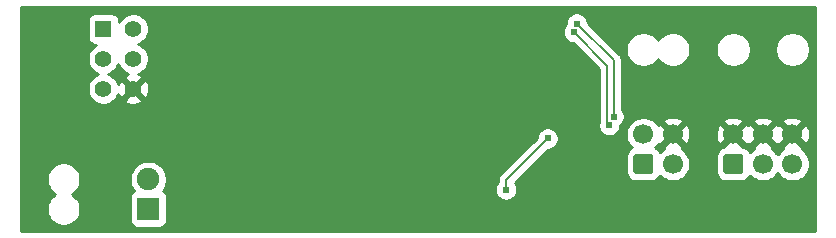
<source format=gbl>
G04 #@! TF.GenerationSoftware,KiCad,Pcbnew,(5.1.4-0-10_14)*
G04 #@! TF.CreationDate,2020-01-14T22:26:38-05:00*
G04 #@! TF.ProjectId,Steering,53746565-7269-46e6-972e-6b696361645f,rev?*
G04 #@! TF.SameCoordinates,Original*
G04 #@! TF.FileFunction,Copper,L2,Bot*
G04 #@! TF.FilePolarity,Positive*
%FSLAX46Y46*%
G04 Gerber Fmt 4.6, Leading zero omitted, Abs format (unit mm)*
G04 Created by KiCad (PCBNEW (5.1.4-0-10_14)) date 2020-01-14 22:26:38*
%MOMM*%
%LPD*%
G04 APERTURE LIST*
%ADD10R,1.900000X1.900000*%
%ADD11C,1.900000*%
%ADD12C,0.100000*%
%ADD13C,1.700000*%
%ADD14R,1.400000X1.400000*%
%ADD15C,1.400000*%
%ADD16C,0.800000*%
%ADD17C,0.609600*%
%ADD18C,0.152400*%
%ADD19C,0.254000*%
G04 APERTURE END LIST*
D10*
X100330000Y-55880000D03*
D11*
X100330000Y-53380000D03*
D12*
G36*
X142864504Y-51221204D02*
G01*
X142888773Y-51224804D01*
X142912571Y-51230765D01*
X142935671Y-51239030D01*
X142957849Y-51249520D01*
X142978893Y-51262133D01*
X142998598Y-51276747D01*
X143016777Y-51293223D01*
X143033253Y-51311402D01*
X143047867Y-51331107D01*
X143060480Y-51352151D01*
X143070970Y-51374329D01*
X143079235Y-51397429D01*
X143085196Y-51421227D01*
X143088796Y-51445496D01*
X143090000Y-51470000D01*
X143090000Y-52670000D01*
X143088796Y-52694504D01*
X143085196Y-52718773D01*
X143079235Y-52742571D01*
X143070970Y-52765671D01*
X143060480Y-52787849D01*
X143047867Y-52808893D01*
X143033253Y-52828598D01*
X143016777Y-52846777D01*
X142998598Y-52863253D01*
X142978893Y-52877867D01*
X142957849Y-52890480D01*
X142935671Y-52900970D01*
X142912571Y-52909235D01*
X142888773Y-52915196D01*
X142864504Y-52918796D01*
X142840000Y-52920000D01*
X141640000Y-52920000D01*
X141615496Y-52918796D01*
X141591227Y-52915196D01*
X141567429Y-52909235D01*
X141544329Y-52900970D01*
X141522151Y-52890480D01*
X141501107Y-52877867D01*
X141481402Y-52863253D01*
X141463223Y-52846777D01*
X141446747Y-52828598D01*
X141432133Y-52808893D01*
X141419520Y-52787849D01*
X141409030Y-52765671D01*
X141400765Y-52742571D01*
X141394804Y-52718773D01*
X141391204Y-52694504D01*
X141390000Y-52670000D01*
X141390000Y-51470000D01*
X141391204Y-51445496D01*
X141394804Y-51421227D01*
X141400765Y-51397429D01*
X141409030Y-51374329D01*
X141419520Y-51352151D01*
X141432133Y-51331107D01*
X141446747Y-51311402D01*
X141463223Y-51293223D01*
X141481402Y-51276747D01*
X141501107Y-51262133D01*
X141522151Y-51249520D01*
X141544329Y-51239030D01*
X141567429Y-51230765D01*
X141591227Y-51224804D01*
X141615496Y-51221204D01*
X141640000Y-51220000D01*
X142840000Y-51220000D01*
X142864504Y-51221204D01*
X142864504Y-51221204D01*
G37*
D13*
X142240000Y-52070000D03*
X144740000Y-52070000D03*
X142240000Y-49570000D03*
X144740000Y-49570000D03*
D12*
G36*
X150484504Y-51221204D02*
G01*
X150508773Y-51224804D01*
X150532571Y-51230765D01*
X150555671Y-51239030D01*
X150577849Y-51249520D01*
X150598893Y-51262133D01*
X150618598Y-51276747D01*
X150636777Y-51293223D01*
X150653253Y-51311402D01*
X150667867Y-51331107D01*
X150680480Y-51352151D01*
X150690970Y-51374329D01*
X150699235Y-51397429D01*
X150705196Y-51421227D01*
X150708796Y-51445496D01*
X150710000Y-51470000D01*
X150710000Y-52670000D01*
X150708796Y-52694504D01*
X150705196Y-52718773D01*
X150699235Y-52742571D01*
X150690970Y-52765671D01*
X150680480Y-52787849D01*
X150667867Y-52808893D01*
X150653253Y-52828598D01*
X150636777Y-52846777D01*
X150618598Y-52863253D01*
X150598893Y-52877867D01*
X150577849Y-52890480D01*
X150555671Y-52900970D01*
X150532571Y-52909235D01*
X150508773Y-52915196D01*
X150484504Y-52918796D01*
X150460000Y-52920000D01*
X149260000Y-52920000D01*
X149235496Y-52918796D01*
X149211227Y-52915196D01*
X149187429Y-52909235D01*
X149164329Y-52900970D01*
X149142151Y-52890480D01*
X149121107Y-52877867D01*
X149101402Y-52863253D01*
X149083223Y-52846777D01*
X149066747Y-52828598D01*
X149052133Y-52808893D01*
X149039520Y-52787849D01*
X149029030Y-52765671D01*
X149020765Y-52742571D01*
X149014804Y-52718773D01*
X149011204Y-52694504D01*
X149010000Y-52670000D01*
X149010000Y-51470000D01*
X149011204Y-51445496D01*
X149014804Y-51421227D01*
X149020765Y-51397429D01*
X149029030Y-51374329D01*
X149039520Y-51352151D01*
X149052133Y-51331107D01*
X149066747Y-51311402D01*
X149083223Y-51293223D01*
X149101402Y-51276747D01*
X149121107Y-51262133D01*
X149142151Y-51249520D01*
X149164329Y-51239030D01*
X149187429Y-51230765D01*
X149211227Y-51224804D01*
X149235496Y-51221204D01*
X149260000Y-51220000D01*
X150460000Y-51220000D01*
X150484504Y-51221204D01*
X150484504Y-51221204D01*
G37*
D13*
X149860000Y-52070000D03*
X152360000Y-52070000D03*
X154860000Y-52070000D03*
X149860000Y-49570000D03*
X152360000Y-49570000D03*
X154860000Y-49570000D03*
D14*
X96520000Y-40640000D03*
D15*
X99060000Y-40640000D03*
X96520000Y-43180000D03*
X99060000Y-43180000D03*
X96520000Y-45720000D03*
X99060000Y-45720000D03*
D16*
X116840000Y-48260000D03*
X114300000Y-48260000D03*
X110490000Y-55880000D03*
D17*
X114960400Y-39624000D03*
X142189200Y-55880000D03*
X132130800Y-55880000D03*
X125933200Y-55930800D03*
X120599200Y-55270400D03*
X134315200Y-44856400D03*
X134920711Y-41224210D03*
X122601978Y-44784022D03*
X117500400Y-46431200D03*
X102870000Y-45732710D03*
X130606800Y-54254400D03*
X134137400Y-49911000D03*
X136340791Y-40898925D03*
X139356633Y-48805810D03*
X136601200Y-40182800D03*
X139725410Y-48056800D03*
D18*
X120599200Y-54839348D02*
X120700800Y-54737748D01*
X120599200Y-55270400D02*
X120599200Y-54839348D01*
X120700800Y-54737748D02*
X120700800Y-53441600D01*
X133832601Y-50215799D02*
X134137400Y-49911000D01*
X130606800Y-54254400D02*
X130606800Y-53441600D01*
X130606800Y-53441600D02*
X133832601Y-50215799D01*
X139192000Y-48641177D02*
X139356633Y-48805810D01*
X136340791Y-40898925D02*
X139192000Y-43750134D01*
X139192000Y-43750134D02*
X139192000Y-48641177D01*
X136601200Y-40182800D02*
X139725410Y-43307010D01*
X139725410Y-47625748D02*
X139725410Y-48056800D01*
X139725410Y-43307010D02*
X139725410Y-47625748D01*
D19*
G36*
X156795001Y-57735000D02*
G01*
X89585000Y-57735000D01*
X89585000Y-53238665D01*
X91715000Y-53238665D01*
X91715000Y-53521335D01*
X91770147Y-53798574D01*
X91878320Y-54059727D01*
X92035363Y-54294759D01*
X92235241Y-54494637D01*
X92437827Y-54630000D01*
X92235241Y-54765363D01*
X92035363Y-54965241D01*
X91878320Y-55200273D01*
X91770147Y-55461426D01*
X91715000Y-55738665D01*
X91715000Y-56021335D01*
X91770147Y-56298574D01*
X91878320Y-56559727D01*
X92035363Y-56794759D01*
X92235241Y-56994637D01*
X92470273Y-57151680D01*
X92731426Y-57259853D01*
X93008665Y-57315000D01*
X93291335Y-57315000D01*
X93568574Y-57259853D01*
X93829727Y-57151680D01*
X94064759Y-56994637D01*
X94264637Y-56794759D01*
X94421680Y-56559727D01*
X94529853Y-56298574D01*
X94585000Y-56021335D01*
X94585000Y-55738665D01*
X94529853Y-55461426D01*
X94421680Y-55200273D01*
X94264637Y-54965241D01*
X94229396Y-54930000D01*
X98741928Y-54930000D01*
X98741928Y-56830000D01*
X98754188Y-56954482D01*
X98790498Y-57074180D01*
X98849463Y-57184494D01*
X98928815Y-57281185D01*
X99025506Y-57360537D01*
X99135820Y-57419502D01*
X99255518Y-57455812D01*
X99380000Y-57468072D01*
X101280000Y-57468072D01*
X101404482Y-57455812D01*
X101524180Y-57419502D01*
X101634494Y-57360537D01*
X101731185Y-57281185D01*
X101810537Y-57184494D01*
X101869502Y-57074180D01*
X101905812Y-56954482D01*
X101918072Y-56830000D01*
X101918072Y-54930000D01*
X101905812Y-54805518D01*
X101869502Y-54685820D01*
X101810537Y-54575506D01*
X101731185Y-54478815D01*
X101634494Y-54399463D01*
X101575979Y-54368186D01*
X101713856Y-54161838D01*
X129667000Y-54161838D01*
X129667000Y-54346962D01*
X129703116Y-54528529D01*
X129773960Y-54699562D01*
X129876810Y-54853487D01*
X130007713Y-54984390D01*
X130161638Y-55087240D01*
X130332671Y-55158084D01*
X130514238Y-55194200D01*
X130699362Y-55194200D01*
X130880929Y-55158084D01*
X131051962Y-55087240D01*
X131205887Y-54984390D01*
X131336790Y-54853487D01*
X131439640Y-54699562D01*
X131510484Y-54528529D01*
X131546600Y-54346962D01*
X131546600Y-54161838D01*
X131510484Y-53980271D01*
X131439640Y-53809238D01*
X131361658Y-53692530D01*
X133584188Y-51470000D01*
X140751928Y-51470000D01*
X140751928Y-52670000D01*
X140768992Y-52843254D01*
X140819528Y-53009850D01*
X140901595Y-53163386D01*
X141012038Y-53297962D01*
X141146614Y-53408405D01*
X141300150Y-53490472D01*
X141466746Y-53541008D01*
X141640000Y-53558072D01*
X142840000Y-53558072D01*
X143013254Y-53541008D01*
X143179850Y-53490472D01*
X143333386Y-53408405D01*
X143467962Y-53297962D01*
X143578405Y-53163386D01*
X143632352Y-53062459D01*
X143793368Y-53223475D01*
X144036589Y-53385990D01*
X144306842Y-53497932D01*
X144593740Y-53555000D01*
X144886260Y-53555000D01*
X145173158Y-53497932D01*
X145443411Y-53385990D01*
X145686632Y-53223475D01*
X145893475Y-53016632D01*
X146055990Y-52773411D01*
X146167932Y-52503158D01*
X146225000Y-52216260D01*
X146225000Y-51923740D01*
X146167932Y-51636842D01*
X146098825Y-51470000D01*
X148371928Y-51470000D01*
X148371928Y-52670000D01*
X148388992Y-52843254D01*
X148439528Y-53009850D01*
X148521595Y-53163386D01*
X148632038Y-53297962D01*
X148766614Y-53408405D01*
X148920150Y-53490472D01*
X149086746Y-53541008D01*
X149260000Y-53558072D01*
X150460000Y-53558072D01*
X150633254Y-53541008D01*
X150799850Y-53490472D01*
X150953386Y-53408405D01*
X151087962Y-53297962D01*
X151198405Y-53163386D01*
X151252352Y-53062459D01*
X151413368Y-53223475D01*
X151656589Y-53385990D01*
X151926842Y-53497932D01*
X152213740Y-53555000D01*
X152506260Y-53555000D01*
X152793158Y-53497932D01*
X153063411Y-53385990D01*
X153306632Y-53223475D01*
X153513475Y-53016632D01*
X153610000Y-52872172D01*
X153706525Y-53016632D01*
X153913368Y-53223475D01*
X154156589Y-53385990D01*
X154426842Y-53497932D01*
X154713740Y-53555000D01*
X155006260Y-53555000D01*
X155293158Y-53497932D01*
X155563411Y-53385990D01*
X155806632Y-53223475D01*
X156013475Y-53016632D01*
X156175990Y-52773411D01*
X156287932Y-52503158D01*
X156345000Y-52216260D01*
X156345000Y-51923740D01*
X156287932Y-51636842D01*
X156175990Y-51366589D01*
X156013475Y-51123368D01*
X155806632Y-50916525D01*
X155643590Y-50807584D01*
X155708792Y-50598397D01*
X154860000Y-49749605D01*
X154011208Y-50598397D01*
X154076410Y-50807584D01*
X153913368Y-50916525D01*
X153706525Y-51123368D01*
X153610000Y-51267828D01*
X153513475Y-51123368D01*
X153306632Y-50916525D01*
X153143590Y-50807584D01*
X153208792Y-50598397D01*
X152360000Y-49749605D01*
X151511208Y-50598397D01*
X151576410Y-50807584D01*
X151413368Y-50916525D01*
X151252352Y-51077541D01*
X151198405Y-50976614D01*
X151087962Y-50842038D01*
X150953386Y-50731595D01*
X150799850Y-50649528D01*
X150702097Y-50619875D01*
X150708792Y-50598397D01*
X149860000Y-49749605D01*
X149011208Y-50598397D01*
X149017903Y-50619875D01*
X148920150Y-50649528D01*
X148766614Y-50731595D01*
X148632038Y-50842038D01*
X148521595Y-50976614D01*
X148439528Y-51130150D01*
X148388992Y-51296746D01*
X148371928Y-51470000D01*
X146098825Y-51470000D01*
X146055990Y-51366589D01*
X145893475Y-51123368D01*
X145686632Y-50916525D01*
X145523590Y-50807584D01*
X145588792Y-50598397D01*
X144740000Y-49749605D01*
X143891208Y-50598397D01*
X143956410Y-50807584D01*
X143793368Y-50916525D01*
X143632352Y-51077541D01*
X143578405Y-50976614D01*
X143467962Y-50842038D01*
X143333386Y-50731595D01*
X143232459Y-50677648D01*
X143393475Y-50516632D01*
X143502416Y-50353590D01*
X143711603Y-50418792D01*
X144560395Y-49570000D01*
X144919605Y-49570000D01*
X145768397Y-50418792D01*
X146017472Y-50341157D01*
X146143371Y-50077117D01*
X146215339Y-49793589D01*
X146223445Y-49638531D01*
X148369389Y-49638531D01*
X148411401Y-49928019D01*
X148509081Y-50203747D01*
X148582528Y-50341157D01*
X148831603Y-50418792D01*
X149680395Y-49570000D01*
X150039605Y-49570000D01*
X150888397Y-50418792D01*
X151110000Y-50349720D01*
X151331603Y-50418792D01*
X152180395Y-49570000D01*
X152539605Y-49570000D01*
X153388397Y-50418792D01*
X153610000Y-50349720D01*
X153831603Y-50418792D01*
X154680395Y-49570000D01*
X155039605Y-49570000D01*
X155888397Y-50418792D01*
X156137472Y-50341157D01*
X156263371Y-50077117D01*
X156335339Y-49793589D01*
X156350611Y-49501469D01*
X156308599Y-49211981D01*
X156210919Y-48936253D01*
X156137472Y-48798843D01*
X155888397Y-48721208D01*
X155039605Y-49570000D01*
X154680395Y-49570000D01*
X153831603Y-48721208D01*
X153610000Y-48790280D01*
X153388397Y-48721208D01*
X152539605Y-49570000D01*
X152180395Y-49570000D01*
X151331603Y-48721208D01*
X151110000Y-48790280D01*
X150888397Y-48721208D01*
X150039605Y-49570000D01*
X149680395Y-49570000D01*
X148831603Y-48721208D01*
X148582528Y-48798843D01*
X148456629Y-49062883D01*
X148384661Y-49346411D01*
X148369389Y-49638531D01*
X146223445Y-49638531D01*
X146230611Y-49501469D01*
X146188599Y-49211981D01*
X146090919Y-48936253D01*
X146017472Y-48798843D01*
X145768397Y-48721208D01*
X144919605Y-49570000D01*
X144560395Y-49570000D01*
X143711603Y-48721208D01*
X143502416Y-48786410D01*
X143393475Y-48623368D01*
X143311710Y-48541603D01*
X143891208Y-48541603D01*
X144740000Y-49390395D01*
X145588792Y-48541603D01*
X149011208Y-48541603D01*
X149860000Y-49390395D01*
X150708792Y-48541603D01*
X151511208Y-48541603D01*
X152360000Y-49390395D01*
X153208792Y-48541603D01*
X154011208Y-48541603D01*
X154860000Y-49390395D01*
X155708792Y-48541603D01*
X155631157Y-48292528D01*
X155367117Y-48166629D01*
X155083589Y-48094661D01*
X154791469Y-48079389D01*
X154501981Y-48121401D01*
X154226253Y-48219081D01*
X154088843Y-48292528D01*
X154011208Y-48541603D01*
X153208792Y-48541603D01*
X153131157Y-48292528D01*
X152867117Y-48166629D01*
X152583589Y-48094661D01*
X152291469Y-48079389D01*
X152001981Y-48121401D01*
X151726253Y-48219081D01*
X151588843Y-48292528D01*
X151511208Y-48541603D01*
X150708792Y-48541603D01*
X150631157Y-48292528D01*
X150367117Y-48166629D01*
X150083589Y-48094661D01*
X149791469Y-48079389D01*
X149501981Y-48121401D01*
X149226253Y-48219081D01*
X149088843Y-48292528D01*
X149011208Y-48541603D01*
X145588792Y-48541603D01*
X145511157Y-48292528D01*
X145247117Y-48166629D01*
X144963589Y-48094661D01*
X144671469Y-48079389D01*
X144381981Y-48121401D01*
X144106253Y-48219081D01*
X143968843Y-48292528D01*
X143891208Y-48541603D01*
X143311710Y-48541603D01*
X143186632Y-48416525D01*
X142943411Y-48254010D01*
X142673158Y-48142068D01*
X142386260Y-48085000D01*
X142093740Y-48085000D01*
X141806842Y-48142068D01*
X141536589Y-48254010D01*
X141293368Y-48416525D01*
X141086525Y-48623368D01*
X140924010Y-48866589D01*
X140812068Y-49136842D01*
X140755000Y-49423740D01*
X140755000Y-49716260D01*
X140812068Y-50003158D01*
X140924010Y-50273411D01*
X141086525Y-50516632D01*
X141247541Y-50677648D01*
X141146614Y-50731595D01*
X141012038Y-50842038D01*
X140901595Y-50976614D01*
X140819528Y-51130150D01*
X140768992Y-51296746D01*
X140751928Y-51470000D01*
X133584188Y-51470000D01*
X134203389Y-50850800D01*
X134229962Y-50850800D01*
X134411529Y-50814684D01*
X134582562Y-50743840D01*
X134736487Y-50640990D01*
X134867390Y-50510087D01*
X134970240Y-50356162D01*
X135041084Y-50185129D01*
X135077200Y-50003562D01*
X135077200Y-49818438D01*
X135041084Y-49636871D01*
X134970240Y-49465838D01*
X134867390Y-49311913D01*
X134736487Y-49181010D01*
X134582562Y-49078160D01*
X134411529Y-49007316D01*
X134229962Y-48971200D01*
X134044838Y-48971200D01*
X133863271Y-49007316D01*
X133692238Y-49078160D01*
X133538313Y-49181010D01*
X133407410Y-49311913D01*
X133304560Y-49465838D01*
X133233716Y-49636871D01*
X133197600Y-49818438D01*
X133197600Y-49845011D01*
X130128610Y-52914003D01*
X130101474Y-52936273D01*
X130079204Y-52963409D01*
X130079203Y-52963410D01*
X130041091Y-53009850D01*
X130012599Y-53044567D01*
X129946559Y-53168119D01*
X129905892Y-53302180D01*
X129895600Y-53406664D01*
X129895600Y-53406674D01*
X129892160Y-53441600D01*
X129895600Y-53476526D01*
X129895600Y-53636523D01*
X129876810Y-53655313D01*
X129773960Y-53809238D01*
X129703116Y-53980271D01*
X129667000Y-54161838D01*
X101713856Y-54161838D01*
X101734609Y-54130779D01*
X101854089Y-53842327D01*
X101915000Y-53536109D01*
X101915000Y-53223891D01*
X101854089Y-52917673D01*
X101734609Y-52629221D01*
X101561150Y-52369621D01*
X101340379Y-52148850D01*
X101080779Y-51975391D01*
X100792327Y-51855911D01*
X100486109Y-51795000D01*
X100173891Y-51795000D01*
X99867673Y-51855911D01*
X99579221Y-51975391D01*
X99319621Y-52148850D01*
X99098850Y-52369621D01*
X98925391Y-52629221D01*
X98805911Y-52917673D01*
X98745000Y-53223891D01*
X98745000Y-53536109D01*
X98805911Y-53842327D01*
X98925391Y-54130779D01*
X99084021Y-54368186D01*
X99025506Y-54399463D01*
X98928815Y-54478815D01*
X98849463Y-54575506D01*
X98790498Y-54685820D01*
X98754188Y-54805518D01*
X98741928Y-54930000D01*
X94229396Y-54930000D01*
X94064759Y-54765363D01*
X93862173Y-54630000D01*
X94064759Y-54494637D01*
X94264637Y-54294759D01*
X94421680Y-54059727D01*
X94529853Y-53798574D01*
X94585000Y-53521335D01*
X94585000Y-53238665D01*
X94529853Y-52961426D01*
X94421680Y-52700273D01*
X94264637Y-52465241D01*
X94064759Y-52265363D01*
X93829727Y-52108320D01*
X93568574Y-52000147D01*
X93291335Y-51945000D01*
X93008665Y-51945000D01*
X92731426Y-52000147D01*
X92470273Y-52108320D01*
X92235241Y-52265363D01*
X92035363Y-52465241D01*
X91878320Y-52700273D01*
X91770147Y-52961426D01*
X91715000Y-53238665D01*
X89585000Y-53238665D01*
X89585000Y-39940000D01*
X95181928Y-39940000D01*
X95181928Y-41340000D01*
X95194188Y-41464482D01*
X95230498Y-41584180D01*
X95289463Y-41694494D01*
X95368815Y-41791185D01*
X95465506Y-41870537D01*
X95575820Y-41929502D01*
X95695518Y-41965812D01*
X95820000Y-41978072D01*
X95933190Y-41978072D01*
X95887641Y-41996939D01*
X95668987Y-42143038D01*
X95483038Y-42328987D01*
X95336939Y-42547641D01*
X95236304Y-42790595D01*
X95185000Y-43048514D01*
X95185000Y-43311486D01*
X95236304Y-43569405D01*
X95336939Y-43812359D01*
X95483038Y-44031013D01*
X95668987Y-44216962D01*
X95887641Y-44363061D01*
X96097530Y-44450000D01*
X95887641Y-44536939D01*
X95668987Y-44683038D01*
X95483038Y-44868987D01*
X95336939Y-45087641D01*
X95236304Y-45330595D01*
X95185000Y-45588514D01*
X95185000Y-45851486D01*
X95236304Y-46109405D01*
X95336939Y-46352359D01*
X95483038Y-46571013D01*
X95668987Y-46756962D01*
X95887641Y-46903061D01*
X96130595Y-47003696D01*
X96388514Y-47055000D01*
X96651486Y-47055000D01*
X96909405Y-47003696D01*
X97152359Y-46903061D01*
X97371013Y-46756962D01*
X97486706Y-46641269D01*
X98318336Y-46641269D01*
X98377797Y-46875037D01*
X98616242Y-46985934D01*
X98871740Y-47048183D01*
X99134473Y-47059390D01*
X99394344Y-47019125D01*
X99641366Y-46928935D01*
X99742203Y-46875037D01*
X99801664Y-46641269D01*
X99060000Y-45899605D01*
X98318336Y-46641269D01*
X97486706Y-46641269D01*
X97556962Y-46571013D01*
X97703061Y-46352359D01*
X97791621Y-46138556D01*
X97851065Y-46301366D01*
X97904963Y-46402203D01*
X98138731Y-46461664D01*
X98880395Y-45720000D01*
X99239605Y-45720000D01*
X99981269Y-46461664D01*
X100215037Y-46402203D01*
X100325934Y-46163758D01*
X100388183Y-45908260D01*
X100399390Y-45645527D01*
X100359125Y-45385656D01*
X100268935Y-45138634D01*
X100215037Y-45037797D01*
X99981269Y-44978336D01*
X99239605Y-45720000D01*
X98880395Y-45720000D01*
X98138731Y-44978336D01*
X97904963Y-45037797D01*
X97794066Y-45276242D01*
X97789294Y-45295827D01*
X97703061Y-45087641D01*
X97556962Y-44868987D01*
X97371013Y-44683038D01*
X97152359Y-44536939D01*
X96942470Y-44450000D01*
X97152359Y-44363061D01*
X97371013Y-44216962D01*
X97556962Y-44031013D01*
X97703061Y-43812359D01*
X97790000Y-43602470D01*
X97876939Y-43812359D01*
X98023038Y-44031013D01*
X98208987Y-44216962D01*
X98427641Y-44363061D01*
X98641444Y-44451621D01*
X98478634Y-44511065D01*
X98377797Y-44564963D01*
X98318336Y-44798731D01*
X99060000Y-45540395D01*
X99801664Y-44798731D01*
X99742203Y-44564963D01*
X99503758Y-44454066D01*
X99484173Y-44449294D01*
X99692359Y-44363061D01*
X99911013Y-44216962D01*
X100096962Y-44031013D01*
X100243061Y-43812359D01*
X100343696Y-43569405D01*
X100395000Y-43311486D01*
X100395000Y-43048514D01*
X100343696Y-42790595D01*
X100243061Y-42547641D01*
X100096962Y-42328987D01*
X99911013Y-42143038D01*
X99692359Y-41996939D01*
X99482470Y-41910000D01*
X99692359Y-41823061D01*
X99911013Y-41676962D01*
X100096962Y-41491013D01*
X100243061Y-41272359D01*
X100343696Y-41029405D01*
X100388062Y-40806363D01*
X135400991Y-40806363D01*
X135400991Y-40991487D01*
X135437107Y-41173054D01*
X135507951Y-41344087D01*
X135610801Y-41498012D01*
X135741704Y-41628915D01*
X135895629Y-41731765D01*
X136066662Y-41802609D01*
X136248229Y-41838725D01*
X136274804Y-41838725D01*
X138480800Y-44044723D01*
X138480801Y-48464440D01*
X138452949Y-48531681D01*
X138416833Y-48713248D01*
X138416833Y-48898372D01*
X138452949Y-49079939D01*
X138523793Y-49250972D01*
X138626643Y-49404897D01*
X138757546Y-49535800D01*
X138911471Y-49638650D01*
X139082504Y-49709494D01*
X139264071Y-49745610D01*
X139449195Y-49745610D01*
X139630762Y-49709494D01*
X139801795Y-49638650D01*
X139955720Y-49535800D01*
X140086623Y-49404897D01*
X140189473Y-49250972D01*
X140260317Y-49079939D01*
X140296433Y-48898372D01*
X140296433Y-48805542D01*
X140324497Y-48786790D01*
X140455400Y-48655887D01*
X140558250Y-48501962D01*
X140629094Y-48330929D01*
X140665210Y-48149362D01*
X140665210Y-47964238D01*
X140629094Y-47782671D01*
X140558250Y-47611638D01*
X140455400Y-47457713D01*
X140436610Y-47438923D01*
X140436610Y-43341935D01*
X140440050Y-43307009D01*
X140436610Y-43272083D01*
X140436610Y-43272074D01*
X140426319Y-43167590D01*
X140385652Y-43033529D01*
X140319612Y-42909977D01*
X140253007Y-42828819D01*
X140253003Y-42828815D01*
X140230736Y-42801683D01*
X140203605Y-42779417D01*
X139667928Y-42243740D01*
X140755000Y-42243740D01*
X140755000Y-42536260D01*
X140812068Y-42823158D01*
X140924010Y-43093411D01*
X141086525Y-43336632D01*
X141293368Y-43543475D01*
X141536589Y-43705990D01*
X141806842Y-43817932D01*
X142093740Y-43875000D01*
X142386260Y-43875000D01*
X142673158Y-43817932D01*
X142943411Y-43705990D01*
X143186632Y-43543475D01*
X143393475Y-43336632D01*
X143490000Y-43192172D01*
X143586525Y-43336632D01*
X143793368Y-43543475D01*
X144036589Y-43705990D01*
X144306842Y-43817932D01*
X144593740Y-43875000D01*
X144886260Y-43875000D01*
X145173158Y-43817932D01*
X145443411Y-43705990D01*
X145686632Y-43543475D01*
X145893475Y-43336632D01*
X146055990Y-43093411D01*
X146167932Y-42823158D01*
X146225000Y-42536260D01*
X146225000Y-42243740D01*
X148375000Y-42243740D01*
X148375000Y-42536260D01*
X148432068Y-42823158D01*
X148544010Y-43093411D01*
X148706525Y-43336632D01*
X148913368Y-43543475D01*
X149156589Y-43705990D01*
X149426842Y-43817932D01*
X149713740Y-43875000D01*
X150006260Y-43875000D01*
X150293158Y-43817932D01*
X150563411Y-43705990D01*
X150806632Y-43543475D01*
X151013475Y-43336632D01*
X151175990Y-43093411D01*
X151287932Y-42823158D01*
X151345000Y-42536260D01*
X151345000Y-42243740D01*
X153375000Y-42243740D01*
X153375000Y-42536260D01*
X153432068Y-42823158D01*
X153544010Y-43093411D01*
X153706525Y-43336632D01*
X153913368Y-43543475D01*
X154156589Y-43705990D01*
X154426842Y-43817932D01*
X154713740Y-43875000D01*
X155006260Y-43875000D01*
X155293158Y-43817932D01*
X155563411Y-43705990D01*
X155806632Y-43543475D01*
X156013475Y-43336632D01*
X156175990Y-43093411D01*
X156287932Y-42823158D01*
X156345000Y-42536260D01*
X156345000Y-42243740D01*
X156287932Y-41956842D01*
X156175990Y-41686589D01*
X156013475Y-41443368D01*
X155806632Y-41236525D01*
X155563411Y-41074010D01*
X155293158Y-40962068D01*
X155006260Y-40905000D01*
X154713740Y-40905000D01*
X154426842Y-40962068D01*
X154156589Y-41074010D01*
X153913368Y-41236525D01*
X153706525Y-41443368D01*
X153544010Y-41686589D01*
X153432068Y-41956842D01*
X153375000Y-42243740D01*
X151345000Y-42243740D01*
X151287932Y-41956842D01*
X151175990Y-41686589D01*
X151013475Y-41443368D01*
X150806632Y-41236525D01*
X150563411Y-41074010D01*
X150293158Y-40962068D01*
X150006260Y-40905000D01*
X149713740Y-40905000D01*
X149426842Y-40962068D01*
X149156589Y-41074010D01*
X148913368Y-41236525D01*
X148706525Y-41443368D01*
X148544010Y-41686589D01*
X148432068Y-41956842D01*
X148375000Y-42243740D01*
X146225000Y-42243740D01*
X146167932Y-41956842D01*
X146055990Y-41686589D01*
X145893475Y-41443368D01*
X145686632Y-41236525D01*
X145443411Y-41074010D01*
X145173158Y-40962068D01*
X144886260Y-40905000D01*
X144593740Y-40905000D01*
X144306842Y-40962068D01*
X144036589Y-41074010D01*
X143793368Y-41236525D01*
X143586525Y-41443368D01*
X143490000Y-41587828D01*
X143393475Y-41443368D01*
X143186632Y-41236525D01*
X142943411Y-41074010D01*
X142673158Y-40962068D01*
X142386260Y-40905000D01*
X142093740Y-40905000D01*
X141806842Y-40962068D01*
X141536589Y-41074010D01*
X141293368Y-41236525D01*
X141086525Y-41443368D01*
X140924010Y-41686589D01*
X140812068Y-41956842D01*
X140755000Y-42243740D01*
X139667928Y-42243740D01*
X137541000Y-40116813D01*
X137541000Y-40090238D01*
X137504884Y-39908671D01*
X137434040Y-39737638D01*
X137331190Y-39583713D01*
X137200287Y-39452810D01*
X137046362Y-39349960D01*
X136875329Y-39279116D01*
X136693762Y-39243000D01*
X136508638Y-39243000D01*
X136327071Y-39279116D01*
X136156038Y-39349960D01*
X136002113Y-39452810D01*
X135871210Y-39583713D01*
X135768360Y-39737638D01*
X135697516Y-39908671D01*
X135661400Y-40090238D01*
X135661400Y-40249239D01*
X135610801Y-40299838D01*
X135507951Y-40453763D01*
X135437107Y-40624796D01*
X135400991Y-40806363D01*
X100388062Y-40806363D01*
X100395000Y-40771486D01*
X100395000Y-40508514D01*
X100343696Y-40250595D01*
X100243061Y-40007641D01*
X100096962Y-39788987D01*
X99911013Y-39603038D01*
X99692359Y-39456939D01*
X99449405Y-39356304D01*
X99191486Y-39305000D01*
X98928514Y-39305000D01*
X98670595Y-39356304D01*
X98427641Y-39456939D01*
X98208987Y-39603038D01*
X98023038Y-39788987D01*
X97876939Y-40007641D01*
X97858072Y-40053190D01*
X97858072Y-39940000D01*
X97845812Y-39815518D01*
X97809502Y-39695820D01*
X97750537Y-39585506D01*
X97671185Y-39488815D01*
X97574494Y-39409463D01*
X97464180Y-39350498D01*
X97344482Y-39314188D01*
X97220000Y-39301928D01*
X95820000Y-39301928D01*
X95695518Y-39314188D01*
X95575820Y-39350498D01*
X95465506Y-39409463D01*
X95368815Y-39488815D01*
X95289463Y-39585506D01*
X95230498Y-39695820D01*
X95194188Y-39815518D01*
X95181928Y-39940000D01*
X89585000Y-39940000D01*
X89585000Y-38785000D01*
X156795000Y-38785000D01*
X156795001Y-57735000D01*
X156795001Y-57735000D01*
G37*
X156795001Y-57735000D02*
X89585000Y-57735000D01*
X89585000Y-53238665D01*
X91715000Y-53238665D01*
X91715000Y-53521335D01*
X91770147Y-53798574D01*
X91878320Y-54059727D01*
X92035363Y-54294759D01*
X92235241Y-54494637D01*
X92437827Y-54630000D01*
X92235241Y-54765363D01*
X92035363Y-54965241D01*
X91878320Y-55200273D01*
X91770147Y-55461426D01*
X91715000Y-55738665D01*
X91715000Y-56021335D01*
X91770147Y-56298574D01*
X91878320Y-56559727D01*
X92035363Y-56794759D01*
X92235241Y-56994637D01*
X92470273Y-57151680D01*
X92731426Y-57259853D01*
X93008665Y-57315000D01*
X93291335Y-57315000D01*
X93568574Y-57259853D01*
X93829727Y-57151680D01*
X94064759Y-56994637D01*
X94264637Y-56794759D01*
X94421680Y-56559727D01*
X94529853Y-56298574D01*
X94585000Y-56021335D01*
X94585000Y-55738665D01*
X94529853Y-55461426D01*
X94421680Y-55200273D01*
X94264637Y-54965241D01*
X94229396Y-54930000D01*
X98741928Y-54930000D01*
X98741928Y-56830000D01*
X98754188Y-56954482D01*
X98790498Y-57074180D01*
X98849463Y-57184494D01*
X98928815Y-57281185D01*
X99025506Y-57360537D01*
X99135820Y-57419502D01*
X99255518Y-57455812D01*
X99380000Y-57468072D01*
X101280000Y-57468072D01*
X101404482Y-57455812D01*
X101524180Y-57419502D01*
X101634494Y-57360537D01*
X101731185Y-57281185D01*
X101810537Y-57184494D01*
X101869502Y-57074180D01*
X101905812Y-56954482D01*
X101918072Y-56830000D01*
X101918072Y-54930000D01*
X101905812Y-54805518D01*
X101869502Y-54685820D01*
X101810537Y-54575506D01*
X101731185Y-54478815D01*
X101634494Y-54399463D01*
X101575979Y-54368186D01*
X101713856Y-54161838D01*
X129667000Y-54161838D01*
X129667000Y-54346962D01*
X129703116Y-54528529D01*
X129773960Y-54699562D01*
X129876810Y-54853487D01*
X130007713Y-54984390D01*
X130161638Y-55087240D01*
X130332671Y-55158084D01*
X130514238Y-55194200D01*
X130699362Y-55194200D01*
X130880929Y-55158084D01*
X131051962Y-55087240D01*
X131205887Y-54984390D01*
X131336790Y-54853487D01*
X131439640Y-54699562D01*
X131510484Y-54528529D01*
X131546600Y-54346962D01*
X131546600Y-54161838D01*
X131510484Y-53980271D01*
X131439640Y-53809238D01*
X131361658Y-53692530D01*
X133584188Y-51470000D01*
X140751928Y-51470000D01*
X140751928Y-52670000D01*
X140768992Y-52843254D01*
X140819528Y-53009850D01*
X140901595Y-53163386D01*
X141012038Y-53297962D01*
X141146614Y-53408405D01*
X141300150Y-53490472D01*
X141466746Y-53541008D01*
X141640000Y-53558072D01*
X142840000Y-53558072D01*
X143013254Y-53541008D01*
X143179850Y-53490472D01*
X143333386Y-53408405D01*
X143467962Y-53297962D01*
X143578405Y-53163386D01*
X143632352Y-53062459D01*
X143793368Y-53223475D01*
X144036589Y-53385990D01*
X144306842Y-53497932D01*
X144593740Y-53555000D01*
X144886260Y-53555000D01*
X145173158Y-53497932D01*
X145443411Y-53385990D01*
X145686632Y-53223475D01*
X145893475Y-53016632D01*
X146055990Y-52773411D01*
X146167932Y-52503158D01*
X146225000Y-52216260D01*
X146225000Y-51923740D01*
X146167932Y-51636842D01*
X146098825Y-51470000D01*
X148371928Y-51470000D01*
X148371928Y-52670000D01*
X148388992Y-52843254D01*
X148439528Y-53009850D01*
X148521595Y-53163386D01*
X148632038Y-53297962D01*
X148766614Y-53408405D01*
X148920150Y-53490472D01*
X149086746Y-53541008D01*
X149260000Y-53558072D01*
X150460000Y-53558072D01*
X150633254Y-53541008D01*
X150799850Y-53490472D01*
X150953386Y-53408405D01*
X151087962Y-53297962D01*
X151198405Y-53163386D01*
X151252352Y-53062459D01*
X151413368Y-53223475D01*
X151656589Y-53385990D01*
X151926842Y-53497932D01*
X152213740Y-53555000D01*
X152506260Y-53555000D01*
X152793158Y-53497932D01*
X153063411Y-53385990D01*
X153306632Y-53223475D01*
X153513475Y-53016632D01*
X153610000Y-52872172D01*
X153706525Y-53016632D01*
X153913368Y-53223475D01*
X154156589Y-53385990D01*
X154426842Y-53497932D01*
X154713740Y-53555000D01*
X155006260Y-53555000D01*
X155293158Y-53497932D01*
X155563411Y-53385990D01*
X155806632Y-53223475D01*
X156013475Y-53016632D01*
X156175990Y-52773411D01*
X156287932Y-52503158D01*
X156345000Y-52216260D01*
X156345000Y-51923740D01*
X156287932Y-51636842D01*
X156175990Y-51366589D01*
X156013475Y-51123368D01*
X155806632Y-50916525D01*
X155643590Y-50807584D01*
X155708792Y-50598397D01*
X154860000Y-49749605D01*
X154011208Y-50598397D01*
X154076410Y-50807584D01*
X153913368Y-50916525D01*
X153706525Y-51123368D01*
X153610000Y-51267828D01*
X153513475Y-51123368D01*
X153306632Y-50916525D01*
X153143590Y-50807584D01*
X153208792Y-50598397D01*
X152360000Y-49749605D01*
X151511208Y-50598397D01*
X151576410Y-50807584D01*
X151413368Y-50916525D01*
X151252352Y-51077541D01*
X151198405Y-50976614D01*
X151087962Y-50842038D01*
X150953386Y-50731595D01*
X150799850Y-50649528D01*
X150702097Y-50619875D01*
X150708792Y-50598397D01*
X149860000Y-49749605D01*
X149011208Y-50598397D01*
X149017903Y-50619875D01*
X148920150Y-50649528D01*
X148766614Y-50731595D01*
X148632038Y-50842038D01*
X148521595Y-50976614D01*
X148439528Y-51130150D01*
X148388992Y-51296746D01*
X148371928Y-51470000D01*
X146098825Y-51470000D01*
X146055990Y-51366589D01*
X145893475Y-51123368D01*
X145686632Y-50916525D01*
X145523590Y-50807584D01*
X145588792Y-50598397D01*
X144740000Y-49749605D01*
X143891208Y-50598397D01*
X143956410Y-50807584D01*
X143793368Y-50916525D01*
X143632352Y-51077541D01*
X143578405Y-50976614D01*
X143467962Y-50842038D01*
X143333386Y-50731595D01*
X143232459Y-50677648D01*
X143393475Y-50516632D01*
X143502416Y-50353590D01*
X143711603Y-50418792D01*
X144560395Y-49570000D01*
X144919605Y-49570000D01*
X145768397Y-50418792D01*
X146017472Y-50341157D01*
X146143371Y-50077117D01*
X146215339Y-49793589D01*
X146223445Y-49638531D01*
X148369389Y-49638531D01*
X148411401Y-49928019D01*
X148509081Y-50203747D01*
X148582528Y-50341157D01*
X148831603Y-50418792D01*
X149680395Y-49570000D01*
X150039605Y-49570000D01*
X150888397Y-50418792D01*
X151110000Y-50349720D01*
X151331603Y-50418792D01*
X152180395Y-49570000D01*
X152539605Y-49570000D01*
X153388397Y-50418792D01*
X153610000Y-50349720D01*
X153831603Y-50418792D01*
X154680395Y-49570000D01*
X155039605Y-49570000D01*
X155888397Y-50418792D01*
X156137472Y-50341157D01*
X156263371Y-50077117D01*
X156335339Y-49793589D01*
X156350611Y-49501469D01*
X156308599Y-49211981D01*
X156210919Y-48936253D01*
X156137472Y-48798843D01*
X155888397Y-48721208D01*
X155039605Y-49570000D01*
X154680395Y-49570000D01*
X153831603Y-48721208D01*
X153610000Y-48790280D01*
X153388397Y-48721208D01*
X152539605Y-49570000D01*
X152180395Y-49570000D01*
X151331603Y-48721208D01*
X151110000Y-48790280D01*
X150888397Y-48721208D01*
X150039605Y-49570000D01*
X149680395Y-49570000D01*
X148831603Y-48721208D01*
X148582528Y-48798843D01*
X148456629Y-49062883D01*
X148384661Y-49346411D01*
X148369389Y-49638531D01*
X146223445Y-49638531D01*
X146230611Y-49501469D01*
X146188599Y-49211981D01*
X146090919Y-48936253D01*
X146017472Y-48798843D01*
X145768397Y-48721208D01*
X144919605Y-49570000D01*
X144560395Y-49570000D01*
X143711603Y-48721208D01*
X143502416Y-48786410D01*
X143393475Y-48623368D01*
X143311710Y-48541603D01*
X143891208Y-48541603D01*
X144740000Y-49390395D01*
X145588792Y-48541603D01*
X149011208Y-48541603D01*
X149860000Y-49390395D01*
X150708792Y-48541603D01*
X151511208Y-48541603D01*
X152360000Y-49390395D01*
X153208792Y-48541603D01*
X154011208Y-48541603D01*
X154860000Y-49390395D01*
X155708792Y-48541603D01*
X155631157Y-48292528D01*
X155367117Y-48166629D01*
X155083589Y-48094661D01*
X154791469Y-48079389D01*
X154501981Y-48121401D01*
X154226253Y-48219081D01*
X154088843Y-48292528D01*
X154011208Y-48541603D01*
X153208792Y-48541603D01*
X153131157Y-48292528D01*
X152867117Y-48166629D01*
X152583589Y-48094661D01*
X152291469Y-48079389D01*
X152001981Y-48121401D01*
X151726253Y-48219081D01*
X151588843Y-48292528D01*
X151511208Y-48541603D01*
X150708792Y-48541603D01*
X150631157Y-48292528D01*
X150367117Y-48166629D01*
X150083589Y-48094661D01*
X149791469Y-48079389D01*
X149501981Y-48121401D01*
X149226253Y-48219081D01*
X149088843Y-48292528D01*
X149011208Y-48541603D01*
X145588792Y-48541603D01*
X145511157Y-48292528D01*
X145247117Y-48166629D01*
X144963589Y-48094661D01*
X144671469Y-48079389D01*
X144381981Y-48121401D01*
X144106253Y-48219081D01*
X143968843Y-48292528D01*
X143891208Y-48541603D01*
X143311710Y-48541603D01*
X143186632Y-48416525D01*
X142943411Y-48254010D01*
X142673158Y-48142068D01*
X142386260Y-48085000D01*
X142093740Y-48085000D01*
X141806842Y-48142068D01*
X141536589Y-48254010D01*
X141293368Y-48416525D01*
X141086525Y-48623368D01*
X140924010Y-48866589D01*
X140812068Y-49136842D01*
X140755000Y-49423740D01*
X140755000Y-49716260D01*
X140812068Y-50003158D01*
X140924010Y-50273411D01*
X141086525Y-50516632D01*
X141247541Y-50677648D01*
X141146614Y-50731595D01*
X141012038Y-50842038D01*
X140901595Y-50976614D01*
X140819528Y-51130150D01*
X140768992Y-51296746D01*
X140751928Y-51470000D01*
X133584188Y-51470000D01*
X134203389Y-50850800D01*
X134229962Y-50850800D01*
X134411529Y-50814684D01*
X134582562Y-50743840D01*
X134736487Y-50640990D01*
X134867390Y-50510087D01*
X134970240Y-50356162D01*
X135041084Y-50185129D01*
X135077200Y-50003562D01*
X135077200Y-49818438D01*
X135041084Y-49636871D01*
X134970240Y-49465838D01*
X134867390Y-49311913D01*
X134736487Y-49181010D01*
X134582562Y-49078160D01*
X134411529Y-49007316D01*
X134229962Y-48971200D01*
X134044838Y-48971200D01*
X133863271Y-49007316D01*
X133692238Y-49078160D01*
X133538313Y-49181010D01*
X133407410Y-49311913D01*
X133304560Y-49465838D01*
X133233716Y-49636871D01*
X133197600Y-49818438D01*
X133197600Y-49845011D01*
X130128610Y-52914003D01*
X130101474Y-52936273D01*
X130079204Y-52963409D01*
X130079203Y-52963410D01*
X130041091Y-53009850D01*
X130012599Y-53044567D01*
X129946559Y-53168119D01*
X129905892Y-53302180D01*
X129895600Y-53406664D01*
X129895600Y-53406674D01*
X129892160Y-53441600D01*
X129895600Y-53476526D01*
X129895600Y-53636523D01*
X129876810Y-53655313D01*
X129773960Y-53809238D01*
X129703116Y-53980271D01*
X129667000Y-54161838D01*
X101713856Y-54161838D01*
X101734609Y-54130779D01*
X101854089Y-53842327D01*
X101915000Y-53536109D01*
X101915000Y-53223891D01*
X101854089Y-52917673D01*
X101734609Y-52629221D01*
X101561150Y-52369621D01*
X101340379Y-52148850D01*
X101080779Y-51975391D01*
X100792327Y-51855911D01*
X100486109Y-51795000D01*
X100173891Y-51795000D01*
X99867673Y-51855911D01*
X99579221Y-51975391D01*
X99319621Y-52148850D01*
X99098850Y-52369621D01*
X98925391Y-52629221D01*
X98805911Y-52917673D01*
X98745000Y-53223891D01*
X98745000Y-53536109D01*
X98805911Y-53842327D01*
X98925391Y-54130779D01*
X99084021Y-54368186D01*
X99025506Y-54399463D01*
X98928815Y-54478815D01*
X98849463Y-54575506D01*
X98790498Y-54685820D01*
X98754188Y-54805518D01*
X98741928Y-54930000D01*
X94229396Y-54930000D01*
X94064759Y-54765363D01*
X93862173Y-54630000D01*
X94064759Y-54494637D01*
X94264637Y-54294759D01*
X94421680Y-54059727D01*
X94529853Y-53798574D01*
X94585000Y-53521335D01*
X94585000Y-53238665D01*
X94529853Y-52961426D01*
X94421680Y-52700273D01*
X94264637Y-52465241D01*
X94064759Y-52265363D01*
X93829727Y-52108320D01*
X93568574Y-52000147D01*
X93291335Y-51945000D01*
X93008665Y-51945000D01*
X92731426Y-52000147D01*
X92470273Y-52108320D01*
X92235241Y-52265363D01*
X92035363Y-52465241D01*
X91878320Y-52700273D01*
X91770147Y-52961426D01*
X91715000Y-53238665D01*
X89585000Y-53238665D01*
X89585000Y-39940000D01*
X95181928Y-39940000D01*
X95181928Y-41340000D01*
X95194188Y-41464482D01*
X95230498Y-41584180D01*
X95289463Y-41694494D01*
X95368815Y-41791185D01*
X95465506Y-41870537D01*
X95575820Y-41929502D01*
X95695518Y-41965812D01*
X95820000Y-41978072D01*
X95933190Y-41978072D01*
X95887641Y-41996939D01*
X95668987Y-42143038D01*
X95483038Y-42328987D01*
X95336939Y-42547641D01*
X95236304Y-42790595D01*
X95185000Y-43048514D01*
X95185000Y-43311486D01*
X95236304Y-43569405D01*
X95336939Y-43812359D01*
X95483038Y-44031013D01*
X95668987Y-44216962D01*
X95887641Y-44363061D01*
X96097530Y-44450000D01*
X95887641Y-44536939D01*
X95668987Y-44683038D01*
X95483038Y-44868987D01*
X95336939Y-45087641D01*
X95236304Y-45330595D01*
X95185000Y-45588514D01*
X95185000Y-45851486D01*
X95236304Y-46109405D01*
X95336939Y-46352359D01*
X95483038Y-46571013D01*
X95668987Y-46756962D01*
X95887641Y-46903061D01*
X96130595Y-47003696D01*
X96388514Y-47055000D01*
X96651486Y-47055000D01*
X96909405Y-47003696D01*
X97152359Y-46903061D01*
X97371013Y-46756962D01*
X97486706Y-46641269D01*
X98318336Y-46641269D01*
X98377797Y-46875037D01*
X98616242Y-46985934D01*
X98871740Y-47048183D01*
X99134473Y-47059390D01*
X99394344Y-47019125D01*
X99641366Y-46928935D01*
X99742203Y-46875037D01*
X99801664Y-46641269D01*
X99060000Y-45899605D01*
X98318336Y-46641269D01*
X97486706Y-46641269D01*
X97556962Y-46571013D01*
X97703061Y-46352359D01*
X97791621Y-46138556D01*
X97851065Y-46301366D01*
X97904963Y-46402203D01*
X98138731Y-46461664D01*
X98880395Y-45720000D01*
X99239605Y-45720000D01*
X99981269Y-46461664D01*
X100215037Y-46402203D01*
X100325934Y-46163758D01*
X100388183Y-45908260D01*
X100399390Y-45645527D01*
X100359125Y-45385656D01*
X100268935Y-45138634D01*
X100215037Y-45037797D01*
X99981269Y-44978336D01*
X99239605Y-45720000D01*
X98880395Y-45720000D01*
X98138731Y-44978336D01*
X97904963Y-45037797D01*
X97794066Y-45276242D01*
X97789294Y-45295827D01*
X97703061Y-45087641D01*
X97556962Y-44868987D01*
X97371013Y-44683038D01*
X97152359Y-44536939D01*
X96942470Y-44450000D01*
X97152359Y-44363061D01*
X97371013Y-44216962D01*
X97556962Y-44031013D01*
X97703061Y-43812359D01*
X97790000Y-43602470D01*
X97876939Y-43812359D01*
X98023038Y-44031013D01*
X98208987Y-44216962D01*
X98427641Y-44363061D01*
X98641444Y-44451621D01*
X98478634Y-44511065D01*
X98377797Y-44564963D01*
X98318336Y-44798731D01*
X99060000Y-45540395D01*
X99801664Y-44798731D01*
X99742203Y-44564963D01*
X99503758Y-44454066D01*
X99484173Y-44449294D01*
X99692359Y-44363061D01*
X99911013Y-44216962D01*
X100096962Y-44031013D01*
X100243061Y-43812359D01*
X100343696Y-43569405D01*
X100395000Y-43311486D01*
X100395000Y-43048514D01*
X100343696Y-42790595D01*
X100243061Y-42547641D01*
X100096962Y-42328987D01*
X99911013Y-42143038D01*
X99692359Y-41996939D01*
X99482470Y-41910000D01*
X99692359Y-41823061D01*
X99911013Y-41676962D01*
X100096962Y-41491013D01*
X100243061Y-41272359D01*
X100343696Y-41029405D01*
X100388062Y-40806363D01*
X135400991Y-40806363D01*
X135400991Y-40991487D01*
X135437107Y-41173054D01*
X135507951Y-41344087D01*
X135610801Y-41498012D01*
X135741704Y-41628915D01*
X135895629Y-41731765D01*
X136066662Y-41802609D01*
X136248229Y-41838725D01*
X136274804Y-41838725D01*
X138480800Y-44044723D01*
X138480801Y-48464440D01*
X138452949Y-48531681D01*
X138416833Y-48713248D01*
X138416833Y-48898372D01*
X138452949Y-49079939D01*
X138523793Y-49250972D01*
X138626643Y-49404897D01*
X138757546Y-49535800D01*
X138911471Y-49638650D01*
X139082504Y-49709494D01*
X139264071Y-49745610D01*
X139449195Y-49745610D01*
X139630762Y-49709494D01*
X139801795Y-49638650D01*
X139955720Y-49535800D01*
X140086623Y-49404897D01*
X140189473Y-49250972D01*
X140260317Y-49079939D01*
X140296433Y-48898372D01*
X140296433Y-48805542D01*
X140324497Y-48786790D01*
X140455400Y-48655887D01*
X140558250Y-48501962D01*
X140629094Y-48330929D01*
X140665210Y-48149362D01*
X140665210Y-47964238D01*
X140629094Y-47782671D01*
X140558250Y-47611638D01*
X140455400Y-47457713D01*
X140436610Y-47438923D01*
X140436610Y-43341935D01*
X140440050Y-43307009D01*
X140436610Y-43272083D01*
X140436610Y-43272074D01*
X140426319Y-43167590D01*
X140385652Y-43033529D01*
X140319612Y-42909977D01*
X140253007Y-42828819D01*
X140253003Y-42828815D01*
X140230736Y-42801683D01*
X140203605Y-42779417D01*
X139667928Y-42243740D01*
X140755000Y-42243740D01*
X140755000Y-42536260D01*
X140812068Y-42823158D01*
X140924010Y-43093411D01*
X141086525Y-43336632D01*
X141293368Y-43543475D01*
X141536589Y-43705990D01*
X141806842Y-43817932D01*
X142093740Y-43875000D01*
X142386260Y-43875000D01*
X142673158Y-43817932D01*
X142943411Y-43705990D01*
X143186632Y-43543475D01*
X143393475Y-43336632D01*
X143490000Y-43192172D01*
X143586525Y-43336632D01*
X143793368Y-43543475D01*
X144036589Y-43705990D01*
X144306842Y-43817932D01*
X144593740Y-43875000D01*
X144886260Y-43875000D01*
X145173158Y-43817932D01*
X145443411Y-43705990D01*
X145686632Y-43543475D01*
X145893475Y-43336632D01*
X146055990Y-43093411D01*
X146167932Y-42823158D01*
X146225000Y-42536260D01*
X146225000Y-42243740D01*
X148375000Y-42243740D01*
X148375000Y-42536260D01*
X148432068Y-42823158D01*
X148544010Y-43093411D01*
X148706525Y-43336632D01*
X148913368Y-43543475D01*
X149156589Y-43705990D01*
X149426842Y-43817932D01*
X149713740Y-43875000D01*
X150006260Y-43875000D01*
X150293158Y-43817932D01*
X150563411Y-43705990D01*
X150806632Y-43543475D01*
X151013475Y-43336632D01*
X151175990Y-43093411D01*
X151287932Y-42823158D01*
X151345000Y-42536260D01*
X151345000Y-42243740D01*
X153375000Y-42243740D01*
X153375000Y-42536260D01*
X153432068Y-42823158D01*
X153544010Y-43093411D01*
X153706525Y-43336632D01*
X153913368Y-43543475D01*
X154156589Y-43705990D01*
X154426842Y-43817932D01*
X154713740Y-43875000D01*
X155006260Y-43875000D01*
X155293158Y-43817932D01*
X155563411Y-43705990D01*
X155806632Y-43543475D01*
X156013475Y-43336632D01*
X156175990Y-43093411D01*
X156287932Y-42823158D01*
X156345000Y-42536260D01*
X156345000Y-42243740D01*
X156287932Y-41956842D01*
X156175990Y-41686589D01*
X156013475Y-41443368D01*
X155806632Y-41236525D01*
X155563411Y-41074010D01*
X155293158Y-40962068D01*
X155006260Y-40905000D01*
X154713740Y-40905000D01*
X154426842Y-40962068D01*
X154156589Y-41074010D01*
X153913368Y-41236525D01*
X153706525Y-41443368D01*
X153544010Y-41686589D01*
X153432068Y-41956842D01*
X153375000Y-42243740D01*
X151345000Y-42243740D01*
X151287932Y-41956842D01*
X151175990Y-41686589D01*
X151013475Y-41443368D01*
X150806632Y-41236525D01*
X150563411Y-41074010D01*
X150293158Y-40962068D01*
X150006260Y-40905000D01*
X149713740Y-40905000D01*
X149426842Y-40962068D01*
X149156589Y-41074010D01*
X148913368Y-41236525D01*
X148706525Y-41443368D01*
X148544010Y-41686589D01*
X148432068Y-41956842D01*
X148375000Y-42243740D01*
X146225000Y-42243740D01*
X146167932Y-41956842D01*
X146055990Y-41686589D01*
X145893475Y-41443368D01*
X145686632Y-41236525D01*
X145443411Y-41074010D01*
X145173158Y-40962068D01*
X144886260Y-40905000D01*
X144593740Y-40905000D01*
X144306842Y-40962068D01*
X144036589Y-41074010D01*
X143793368Y-41236525D01*
X143586525Y-41443368D01*
X143490000Y-41587828D01*
X143393475Y-41443368D01*
X143186632Y-41236525D01*
X142943411Y-41074010D01*
X142673158Y-40962068D01*
X142386260Y-40905000D01*
X142093740Y-40905000D01*
X141806842Y-40962068D01*
X141536589Y-41074010D01*
X141293368Y-41236525D01*
X141086525Y-41443368D01*
X140924010Y-41686589D01*
X140812068Y-41956842D01*
X140755000Y-42243740D01*
X139667928Y-42243740D01*
X137541000Y-40116813D01*
X137541000Y-40090238D01*
X137504884Y-39908671D01*
X137434040Y-39737638D01*
X137331190Y-39583713D01*
X137200287Y-39452810D01*
X137046362Y-39349960D01*
X136875329Y-39279116D01*
X136693762Y-39243000D01*
X136508638Y-39243000D01*
X136327071Y-39279116D01*
X136156038Y-39349960D01*
X136002113Y-39452810D01*
X135871210Y-39583713D01*
X135768360Y-39737638D01*
X135697516Y-39908671D01*
X135661400Y-40090238D01*
X135661400Y-40249239D01*
X135610801Y-40299838D01*
X135507951Y-40453763D01*
X135437107Y-40624796D01*
X135400991Y-40806363D01*
X100388062Y-40806363D01*
X100395000Y-40771486D01*
X100395000Y-40508514D01*
X100343696Y-40250595D01*
X100243061Y-40007641D01*
X100096962Y-39788987D01*
X99911013Y-39603038D01*
X99692359Y-39456939D01*
X99449405Y-39356304D01*
X99191486Y-39305000D01*
X98928514Y-39305000D01*
X98670595Y-39356304D01*
X98427641Y-39456939D01*
X98208987Y-39603038D01*
X98023038Y-39788987D01*
X97876939Y-40007641D01*
X97858072Y-40053190D01*
X97858072Y-39940000D01*
X97845812Y-39815518D01*
X97809502Y-39695820D01*
X97750537Y-39585506D01*
X97671185Y-39488815D01*
X97574494Y-39409463D01*
X97464180Y-39350498D01*
X97344482Y-39314188D01*
X97220000Y-39301928D01*
X95820000Y-39301928D01*
X95695518Y-39314188D01*
X95575820Y-39350498D01*
X95465506Y-39409463D01*
X95368815Y-39488815D01*
X95289463Y-39585506D01*
X95230498Y-39695820D01*
X95194188Y-39815518D01*
X95181928Y-39940000D01*
X89585000Y-39940000D01*
X89585000Y-38785000D01*
X156795000Y-38785000D01*
X156795001Y-57735000D01*
M02*

</source>
